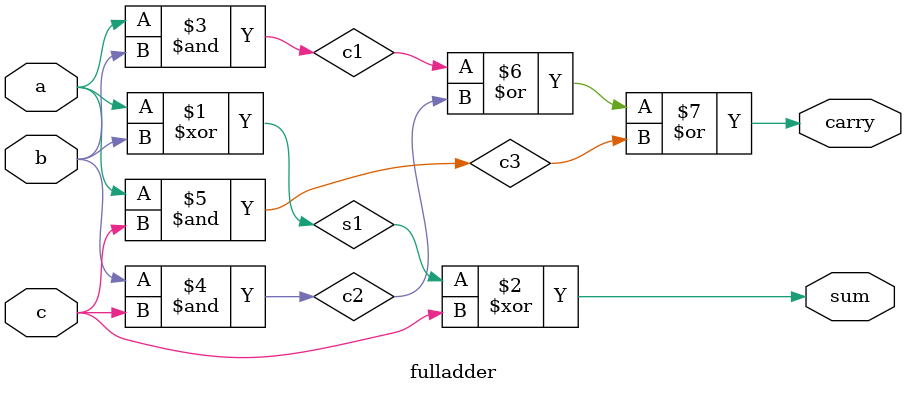
<source format=v>
module fourbit_adder_test;
reg [3:0]a;
reg [3:0]b;
reg c;
wire [3:0]sum;
wire carry;
fourbit_adder dut(a,b,c,sum,carry);
initial begin
$monitor("a=%b b=%b c=%b sum=%b carry=%b",a,b,c,sum,carry);
a=4'b0;
b=4'b0;
c=1'b0;
#5
a=4'b0001;
b=4'b0100;
c=1'b1;
#5
a=4'b0010;
b=4'b1101;
c=1'b0;
#5
a=4'b1111;
b=4'b0000;
c=1'b0;
#5;
end
endmodule


module fourbit_adder(a,b,c,sum,carry);
input [3:0]a,b;
input c;
output [3:0]sum;
output carry;
wire c1,c2,c3;
fulladder fa1(a[0],b[0],c,sum[0],c1);
fulladder fa2(a[1],b[1],c1,sum[1],c2);
fulladder fa3(a[2],b[2],c2,sum[2],c3);
fulladder fa4(a[3],b[3],c3,sum[3],carry);
endmodule


module fulladder(a,b,c,sum,carry);
input a,b,c;
output sum, carry;
wire s1,c1,c2,c3;
assign s1=a^b;
assign sum=s1^c;
assign c1=a&b;
assign c2=b&c;
assign c3=a&c;
assign carry=c1|c2|c3;
endmodule



</source>
